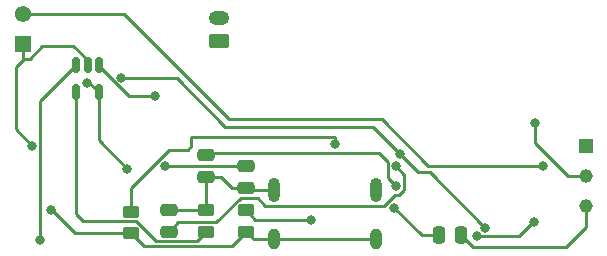
<source format=gbr>
%TF.GenerationSoftware,KiCad,Pcbnew,7.0.7*%
%TF.CreationDate,2024-01-23T19:19:34-06:00*%
%TF.ProjectId,Md-rev-1,4d642d72-6576-42d3-912e-6b696361645f,rev?*%
%TF.SameCoordinates,Original*%
%TF.FileFunction,Copper,L2,Bot*%
%TF.FilePolarity,Positive*%
%FSLAX46Y46*%
G04 Gerber Fmt 4.6, Leading zero omitted, Abs format (unit mm)*
G04 Created by KiCad (PCBNEW 7.0.7) date 2024-01-23 19:19:34*
%MOMM*%
%LPD*%
G01*
G04 APERTURE LIST*
G04 Aperture macros list*
%AMRoundRect*
0 Rectangle with rounded corners*
0 $1 Rounding radius*
0 $2 $3 $4 $5 $6 $7 $8 $9 X,Y pos of 4 corners*
0 Add a 4 corners polygon primitive as box body*
4,1,4,$2,$3,$4,$5,$6,$7,$8,$9,$2,$3,0*
0 Add four circle primitives for the rounded corners*
1,1,$1+$1,$2,$3*
1,1,$1+$1,$4,$5*
1,1,$1+$1,$6,$7*
1,1,$1+$1,$8,$9*
0 Add four rect primitives between the rounded corners*
20,1,$1+$1,$2,$3,$4,$5,0*
20,1,$1+$1,$4,$5,$6,$7,0*
20,1,$1+$1,$6,$7,$8,$9,0*
20,1,$1+$1,$8,$9,$2,$3,0*%
G04 Aperture macros list end*
%TA.AperFunction,ComponentPad*%
%ADD10C,1.160000*%
%TD*%
%TA.AperFunction,ComponentPad*%
%ADD11R,1.160000X1.160000*%
%TD*%
%TA.AperFunction,ComponentPad*%
%ADD12R,1.378000X1.378000*%
%TD*%
%TA.AperFunction,ComponentPad*%
%ADD13C,1.378000*%
%TD*%
%TA.AperFunction,ComponentPad*%
%ADD14O,1.750000X1.200000*%
%TD*%
%TA.AperFunction,ComponentPad*%
%ADD15RoundRect,0.250000X0.625000X-0.350000X0.625000X0.350000X-0.625000X0.350000X-0.625000X-0.350000X0*%
%TD*%
%TA.AperFunction,ComponentPad*%
%ADD16O,1.000000X2.100000*%
%TD*%
%TA.AperFunction,ComponentPad*%
%ADD17O,1.000000X1.800000*%
%TD*%
%TA.AperFunction,SMDPad,CuDef*%
%ADD18RoundRect,0.250000X-0.475000X0.250000X-0.475000X-0.250000X0.475000X-0.250000X0.475000X0.250000X0*%
%TD*%
%TA.AperFunction,SMDPad,CuDef*%
%ADD19RoundRect,0.250000X0.450000X-0.262500X0.450000X0.262500X-0.450000X0.262500X-0.450000X-0.262500X0*%
%TD*%
%TA.AperFunction,SMDPad,CuDef*%
%ADD20RoundRect,0.250000X-0.450000X0.262500X-0.450000X-0.262500X0.450000X-0.262500X0.450000X0.262500X0*%
%TD*%
%TA.AperFunction,SMDPad,CuDef*%
%ADD21RoundRect,0.150000X-0.150000X0.512500X-0.150000X-0.512500X0.150000X-0.512500X0.150000X0.512500X0*%
%TD*%
%TA.AperFunction,SMDPad,CuDef*%
%ADD22RoundRect,0.250000X0.475000X-0.250000X0.475000X0.250000X-0.475000X0.250000X-0.475000X-0.250000X0*%
%TD*%
%TA.AperFunction,SMDPad,CuDef*%
%ADD23RoundRect,0.250000X-0.250000X-0.475000X0.250000X-0.475000X0.250000X0.475000X-0.250000X0.475000X0*%
%TD*%
%TA.AperFunction,ViaPad*%
%ADD24C,0.800000*%
%TD*%
%TA.AperFunction,Conductor*%
%ADD25C,0.250000*%
%TD*%
G04 APERTURE END LIST*
D10*
%TO.P,,3*%
%TO.N,/OUTPUT*%
X178960000Y-121480000D03*
%TD*%
%TO.P,,2*%
%TO.N,Net-(J2-Pad2)*%
X178960000Y-118940000D03*
%TD*%
D11*
%TO.P,,1*%
%TO.N,unconnected-(R9-Pad1)*%
X178960000Y-116400000D03*
%TD*%
D12*
%TO.P,,1*%
%TO.N,GND*%
X131330000Y-107790000D03*
%TD*%
D13*
%TO.P,,2*%
%TO.N,Net-(C5-Pad1)*%
X131330000Y-105250000D03*
%TD*%
D14*
%TO.P,,2,2*%
%TO.N,/GAIN*%
X147870000Y-105530000D03*
%TD*%
D15*
%TO.P,,1,1*%
%TO.N,GND*%
X147870000Y-107530000D03*
%TD*%
D16*
%TO.P,J1,S1,SHIELD*%
%TO.N,GND*%
X152590000Y-120120000D03*
D17*
X152590000Y-124300000D03*
D16*
X161230000Y-120120000D03*
D17*
X161230000Y-124300000D03*
%TD*%
D18*
%TO.P,C3,1*%
%TO.N,GND*%
X143635000Y-121780000D03*
%TO.P,C3,2*%
%TO.N,Net-(U2-CT)*%
X143635000Y-123680000D03*
%TD*%
D19*
%TO.P,R5,1*%
%TO.N,Net-(U1-PROG)*%
X146800000Y-123655000D03*
%TO.P,R5,2*%
%TO.N,GND*%
X146800000Y-121830000D03*
%TD*%
D20*
%TO.P,R2,1*%
%TO.N,Net-(J1-CC1)*%
X150180000Y-121830000D03*
%TO.P,R2,2*%
%TO.N,GND*%
X150180000Y-123655000D03*
%TD*%
D21*
%TO.P,U1,1,STAT*%
%TO.N,Net-(U1-STAT)*%
X135820000Y-109570000D03*
%TO.P,U1,2,V_{SS}*%
%TO.N,GND*%
X136770000Y-109570000D03*
%TO.P,U1,3,V_{BAT}*%
%TO.N,Net-(U1-V_{BAT})*%
X137720000Y-109570000D03*
%TO.P,U1,4,V_{DD}*%
%TO.N,/5V*%
X137720000Y-111845000D03*
%TO.P,U1,5,PROG*%
%TO.N,Net-(U1-PROG)*%
X135820000Y-111845000D03*
%TD*%
D18*
%TO.P,C2,1*%
%TO.N,Net-(U1-V_{BAT})*%
X150230000Y-118100000D03*
%TO.P,C2,2*%
%TO.N,GND*%
X150230000Y-120000000D03*
%TD*%
D22*
%TO.P,C4,1*%
%TO.N,GND*%
X146800000Y-119030000D03*
%TO.P,C4,2*%
%TO.N,Net-(U2-CG)*%
X146800000Y-117130000D03*
%TD*%
D23*
%TO.P,C7,1*%
%TO.N,Net-(U2-MICOUT)*%
X166520000Y-123980000D03*
%TO.P,C7,2*%
%TO.N,/OUTPUT*%
X168420000Y-123980000D03*
%TD*%
D20*
%TO.P,R1,1*%
%TO.N,Net-(J1-CC2)*%
X140470000Y-121967500D03*
%TO.P,R1,2*%
%TO.N,GND*%
X140470000Y-123792500D03*
%TD*%
D24*
%TO.N,Net-(J1-CC1)*%
X155660000Y-122630000D03*
%TO.N,Net-(J1-CC2)*%
X157720000Y-116270000D03*
%TO.N,Net-(U2-MICIN)*%
X169760000Y-124000000D03*
X174600000Y-122830000D03*
%TO.N,Net-(U2-CT)*%
X162900000Y-118120000D03*
%TO.N,Net-(U2-CG)*%
X162930000Y-119810000D03*
%TO.N,Net-(U1-V_{BAT})*%
X143310000Y-118060000D03*
X142450000Y-112180000D03*
%TO.N,Net-(U1-STAT)*%
X132780000Y-124330000D03*
%TO.N,Net-(C5-Pad1)*%
X175350000Y-118080000D03*
%TO.N,GND*%
X133700000Y-121800000D03*
X132100000Y-116380000D03*
%TO.N,/GAIN*%
X139630000Y-110620000D03*
X163200000Y-117050000D03*
X170450000Y-123320000D03*
%TO.N,/5V*%
X136740000Y-111040000D03*
X140140000Y-118350000D03*
%TO.N,Net-(U2-MICOUT)*%
X162720000Y-121660000D03*
%TO.N,Net-(J2-Pad2)*%
X174670000Y-114460000D03*
%TD*%
D25*
%TO.N,Net-(C5-Pad1)*%
X175350000Y-118080000D02*
X165620000Y-118080000D01*
X165620000Y-118080000D02*
X161690000Y-114150000D01*
X161690000Y-114150000D02*
X148740000Y-114150000D01*
X148740000Y-114150000D02*
X139840000Y-105250000D01*
X139840000Y-105250000D02*
X131330000Y-105250000D01*
%TO.N,GND*%
X131430000Y-109000000D02*
X131330000Y-108900000D01*
X131330000Y-108900000D02*
X131330000Y-107790000D01*
X131900000Y-109000000D02*
X132930000Y-107970000D01*
X130710000Y-114990000D02*
X130710000Y-109720000D01*
X130710000Y-109720000D02*
X131430000Y-109000000D01*
X132930000Y-107970000D02*
X135580000Y-107970000D01*
X131430000Y-109000000D02*
X131900000Y-109000000D01*
X132100000Y-116380000D02*
X130710000Y-114990000D01*
X135580000Y-107970000D02*
X136770000Y-109160000D01*
X136770000Y-109160000D02*
X136770000Y-109570000D01*
%TO.N,Net-(J2-Pad2)*%
X174670000Y-114460000D02*
X174670000Y-116180000D01*
X177430000Y-118940000D02*
X178960000Y-118940000D01*
X174670000Y-116180000D02*
X177430000Y-118940000D01*
%TO.N,/OUTPUT*%
X178990000Y-123220000D02*
X178960000Y-123190000D01*
X178960000Y-123190000D02*
X178960000Y-121480000D01*
%TO.N,Net-(J1-CC1)*%
X150980000Y-122630000D02*
X155660000Y-122630000D01*
X150180000Y-121830000D02*
X150980000Y-122630000D01*
%TO.N,Net-(U2-CT)*%
X143635000Y-123680000D02*
X144447500Y-122867500D01*
X163605000Y-120089595D02*
X163605000Y-118825000D01*
X144447500Y-122867500D02*
X147687538Y-122867500D01*
X161875000Y-121445000D02*
X162790000Y-120530000D01*
X149765038Y-120790000D02*
X151180000Y-120790000D01*
X151180000Y-120790000D02*
X151835000Y-121445000D01*
X147687538Y-122867500D02*
X149765038Y-120790000D01*
X151835000Y-121445000D02*
X161875000Y-121445000D01*
X162790000Y-120530000D02*
X163164595Y-120530000D01*
X163164595Y-120530000D02*
X163605000Y-120089595D01*
X163605000Y-118825000D02*
X162900000Y-118120000D01*
%TO.N,Net-(J1-CC2)*%
X157720000Y-115690000D02*
X157720000Y-116270000D01*
X157690000Y-115660000D02*
X157720000Y-115690000D01*
X145570000Y-115660000D02*
X157690000Y-115660000D01*
X143655405Y-116760000D02*
X145240000Y-116760000D01*
X140470000Y-119945405D02*
X143655405Y-116760000D01*
X145240000Y-116760000D02*
X145570000Y-116430000D01*
X140470000Y-120480000D02*
X140470000Y-119945405D01*
X145570000Y-116430000D02*
X145570000Y-115660000D01*
%TO.N,GND*%
X152590000Y-124300000D02*
X161230000Y-124300000D01*
X152590000Y-120120000D02*
X150350000Y-120120000D01*
X150350000Y-120120000D02*
X150230000Y-120000000D01*
%TO.N,Net-(J1-CC2)*%
X140470000Y-121967500D02*
X140470000Y-120480000D01*
%TO.N,GND*%
X152590000Y-124300000D02*
X150825000Y-124300000D01*
X150825000Y-124300000D02*
X150180000Y-123655000D01*
%TO.N,Net-(U2-MICIN)*%
X173340000Y-124000000D02*
X174510000Y-122830000D01*
X174600000Y-122830000D02*
X174600000Y-122740000D01*
X174510000Y-122830000D02*
X174600000Y-122830000D01*
X169760000Y-124000000D02*
X173340000Y-124000000D01*
X174600000Y-122740000D02*
X174570000Y-122770000D01*
%TO.N,Net-(U2-CG)*%
X146800000Y-117130000D02*
X146960000Y-116970000D01*
X146960000Y-116970000D02*
X161441016Y-116970000D01*
X162225000Y-119105000D02*
X162930000Y-119810000D01*
X162225000Y-117753984D02*
X162225000Y-119105000D01*
X161441016Y-116970000D02*
X162225000Y-117753984D01*
%TO.N,Net-(U1-V_{BAT})*%
X142450000Y-112180000D02*
X142470000Y-112200000D01*
X143350000Y-118100000D02*
X143310000Y-118060000D01*
X150230000Y-118100000D02*
X143350000Y-118100000D01*
X137720000Y-109570000D02*
X137720000Y-109664595D01*
X140255405Y-112200000D02*
X142450000Y-112180000D01*
X137720000Y-109664595D02*
X140255405Y-112200000D01*
%TO.N,Net-(U1-STAT)*%
X132800000Y-124330000D02*
X132820000Y-124350000D01*
X132780000Y-112610000D02*
X132780000Y-124310000D01*
X135820000Y-109570000D02*
X132780000Y-112610000D01*
X132780000Y-124310000D02*
X132780000Y-124310000D01*
X132780000Y-124310000D02*
X132780000Y-124330000D01*
X132780000Y-124330000D02*
X132800000Y-124330000D01*
%TO.N,Net-(U1-PROG)*%
X135800000Y-122160000D02*
X135800000Y-111865000D01*
X140887462Y-122755000D02*
X136395000Y-122755000D01*
X142587462Y-124455000D02*
X140887462Y-122755000D01*
X136395000Y-122755000D02*
X135800000Y-122160000D01*
X146800000Y-123655000D02*
X146000000Y-124455000D01*
X135800000Y-111865000D02*
X135820000Y-111845000D01*
X146000000Y-124455000D02*
X142587462Y-124455000D01*
%TO.N,GND*%
X133700000Y-121800000D02*
X133700000Y-121750000D01*
X150180000Y-123655000D02*
X148980000Y-124855000D01*
X133700000Y-121750000D02*
X133750000Y-121800000D01*
X146800000Y-121830000D02*
X146800000Y-119030000D01*
X146800000Y-119030000D02*
X148050000Y-119030000D01*
X141532500Y-124855000D02*
X140470000Y-123792500D01*
X148980000Y-124855000D02*
X141532500Y-124855000D01*
X143685000Y-121830000D02*
X143635000Y-121780000D01*
X133750000Y-121800000D02*
X133700000Y-121800000D01*
X135742500Y-123792500D02*
X133750000Y-121800000D01*
X149020000Y-120000000D02*
X150230000Y-120000000D01*
X146800000Y-121830000D02*
X143685000Y-121830000D01*
X148050000Y-119030000D02*
X149020000Y-120000000D01*
X140470000Y-123792500D02*
X135742500Y-123792500D01*
%TO.N,/OUTPUT*%
X168420000Y-123980000D02*
X169370000Y-124930000D01*
X169370000Y-124930000D02*
X177280000Y-124930000D01*
X177280000Y-124930000D02*
X178990000Y-123220000D01*
%TO.N,/GAIN*%
X163210000Y-117050000D02*
X163200000Y-117050000D01*
X163200000Y-117040000D02*
X163270000Y-117110000D01*
X139630000Y-110620000D02*
X139670000Y-110660000D01*
X170450000Y-123320000D02*
X165745000Y-118615000D01*
X160936814Y-114786814D02*
X148446814Y-114786814D01*
X164775000Y-118615000D02*
X163210000Y-117050000D01*
X163200000Y-117050000D02*
X163200000Y-117040000D01*
X144320000Y-110660000D02*
X139630000Y-110620000D01*
X163200000Y-117050000D02*
X160936814Y-114786814D01*
X165745000Y-118615000D02*
X164775000Y-118615000D01*
X148446814Y-114786814D02*
X144320000Y-110660000D01*
%TO.N,/5V*%
X137720000Y-115930000D02*
X140140000Y-118350000D01*
X136740000Y-111040000D02*
X136915000Y-111040000D01*
X140140000Y-118350000D02*
X140150000Y-118360000D01*
X136915000Y-111040000D02*
X137720000Y-111845000D01*
X137720000Y-111845000D02*
X137720000Y-115930000D01*
%TO.N,Net-(U2-MICOUT)*%
X162740000Y-121660000D02*
X162720000Y-121660000D01*
X162720000Y-121660000D02*
X162720000Y-121640000D01*
X165060000Y-123980000D02*
X162740000Y-121660000D01*
X166520000Y-123980000D02*
X165060000Y-123980000D01*
X162720000Y-121640000D02*
X162730000Y-121650000D01*
%TD*%
M02*

</source>
